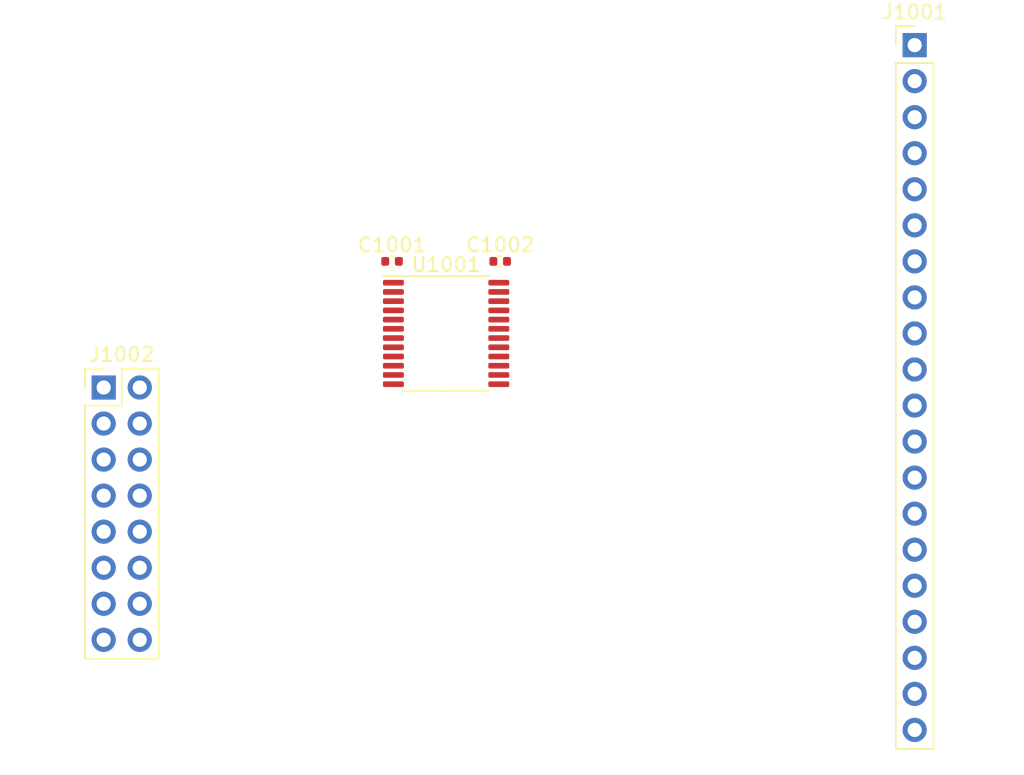
<source format=kicad_pcb>
(kicad_pcb (version 20171130) (host pcbnew "(5.1.8-0-10_14)")

  (general
    (thickness 1.6)
    (drawings 0)
    (tracks 0)
    (zones 0)
    (modules 5)
    (nets 53)
  )

  (page A4)
  (layers
    (0 F.Cu signal)
    (31 B.Cu signal)
    (32 B.Adhes user)
    (33 F.Adhes user)
    (34 B.Paste user)
    (35 F.Paste user)
    (36 B.SilkS user)
    (37 F.SilkS user)
    (38 B.Mask user)
    (39 F.Mask user)
    (40 Dwgs.User user)
    (41 Cmts.User user)
    (42 Eco1.User user)
    (43 Eco2.User user)
    (44 Edge.Cuts user)
    (45 Margin user)
    (46 B.CrtYd user)
    (47 F.CrtYd user)
    (48 B.Fab user)
    (49 F.Fab user)
  )

  (setup
    (last_trace_width 0.127)
    (user_trace_width 0.15)
    (user_trace_width 0.2)
    (user_trace_width 0.4)
    (user_trace_width 0.6)
    (trace_clearance 0.127)
    (zone_clearance 0.508)
    (zone_45_only no)
    (trace_min 0.127)
    (via_size 0.6)
    (via_drill 0.3)
    (via_min_size 0.6)
    (via_min_drill 0.3)
    (user_via 0.6 0.3)
    (user_via 0.9 0.4)
    (uvia_size 0.6858)
    (uvia_drill 0.3302)
    (uvias_allowed no)
    (uvia_min_size 0)
    (uvia_min_drill 0)
    (edge_width 0.0381)
    (segment_width 0.254)
    (pcb_text_width 0.3048)
    (pcb_text_size 1.524 1.524)
    (mod_edge_width 0.1524)
    (mod_text_size 0.8128 0.8128)
    (mod_text_width 0.1524)
    (pad_size 1.524 1.524)
    (pad_drill 0.762)
    (pad_to_mask_clearance 0)
    (aux_axis_origin 0 0)
    (visible_elements FEFFFF7F)
    (pcbplotparams
      (layerselection 0x010fc_ffffffff)
      (usegerberextensions false)
      (usegerberattributes false)
      (usegerberadvancedattributes false)
      (creategerberjobfile false)
      (excludeedgelayer true)
      (linewidth 0.152400)
      (plotframeref false)
      (viasonmask false)
      (mode 1)
      (useauxorigin false)
      (hpglpennumber 1)
      (hpglpenspeed 20)
      (hpglpendiameter 15.000000)
      (psnegative false)
      (psa4output false)
      (plotreference true)
      (plotvalue false)
      (plotinvisibletext false)
      (padsonsilk false)
      (subtractmaskfromsilk true)
      (outputformat 1)
      (mirror false)
      (drillshape 0)
      (scaleselection 1)
      (outputdirectory "./gerbers"))
  )

  (net 0 "")
  (net 1 "Net-(J1001-Pad20)")
  (net 2 "Net-(J1001-Pad19)")
  (net 3 "Net-(J1001-Pad18)")
  (net 4 "Net-(J1001-Pad17)")
  (net 5 "Net-(J1001-Pad16)")
  (net 6 "Net-(J1001-Pad15)")
  (net 7 "Net-(J1001-Pad14)")
  (net 8 "Net-(J1001-Pad13)")
  (net 9 "Net-(J1001-Pad12)")
  (net 10 "Net-(J1001-Pad11)")
  (net 11 "Net-(J1001-Pad10)")
  (net 12 "Net-(J1001-Pad9)")
  (net 13 "Net-(J1001-Pad8)")
  (net 14 "Net-(J1001-Pad7)")
  (net 15 "Net-(J1001-Pad6)")
  (net 16 "Net-(J1001-Pad5)")
  (net 17 "Net-(J1001-Pad4)")
  (net 18 "Net-(J1001-Pad3)")
  (net 19 "Net-(J1001-Pad2)")
  (net 20 "Net-(J1001-Pad1)")
  (net 21 "Net-(U1001-Pad21)")
  (net 22 "Net-(U1001-Pad20)")
  (net 23 "Net-(U1001-Pad19)")
  (net 24 "Net-(U1001-Pad18)")
  (net 25 "Net-(U1001-Pad17)")
  (net 26 "Net-(U1001-Pad16)")
  (net 27 "Net-(U1001-Pad15)")
  (net 28 "Net-(U1001-Pad14)")
  (net 29 "Net-(U1001-Pad10)")
  (net 30 "Net-(U1001-Pad9)")
  (net 31 "Net-(U1001-Pad8)")
  (net 32 "Net-(U1001-Pad7)")
  (net 33 "Net-(U1001-Pad6)")
  (net 34 "Net-(U1001-Pad5)")
  (net 35 "Net-(U1001-Pad4)")
  (net 36 "Net-(U1001-Pad3)")
  (net 37 GND)
  (net 38 +5V)
  (net 39 +3V3)
  (net 40 /~OEOut)
  (net 41 /LatchOut)
  (net 42 /CLK)
  (net 43 /DOut)
  (net 44 /COut)
  (net 45 /BOut)
  (net 46 /AOut)
  (net 47 /B2Out)
  (net 48 /G2Out)
  (net 49 /R2Out)
  (net 50 /B1Out)
  (net 51 /G1Out)
  (net 52 /R1Out)

  (net_class Default "This is the default net class."
    (clearance 0.127)
    (trace_width 0.127)
    (via_dia 0.6)
    (via_drill 0.3)
    (uvia_dia 0.6858)
    (uvia_drill 0.3302)
    (diff_pair_width 0.1524)
    (diff_pair_gap 0.254)
    (add_net +3V3)
    (add_net +5V)
    (add_net /AOut)
    (add_net /B1Out)
    (add_net /B2Out)
    (add_net /BOut)
    (add_net /CLK)
    (add_net /COut)
    (add_net /DOut)
    (add_net /G1Out)
    (add_net /G2Out)
    (add_net /LatchOut)
    (add_net /R1Out)
    (add_net /R2Out)
    (add_net /~OEOut)
    (add_net GND)
    (add_net "Net-(J1001-Pad1)")
    (add_net "Net-(J1001-Pad10)")
    (add_net "Net-(J1001-Pad11)")
    (add_net "Net-(J1001-Pad12)")
    (add_net "Net-(J1001-Pad13)")
    (add_net "Net-(J1001-Pad14)")
    (add_net "Net-(J1001-Pad15)")
    (add_net "Net-(J1001-Pad16)")
    (add_net "Net-(J1001-Pad17)")
    (add_net "Net-(J1001-Pad18)")
    (add_net "Net-(J1001-Pad19)")
    (add_net "Net-(J1001-Pad2)")
    (add_net "Net-(J1001-Pad20)")
    (add_net "Net-(J1001-Pad3)")
    (add_net "Net-(J1001-Pad4)")
    (add_net "Net-(J1001-Pad5)")
    (add_net "Net-(J1001-Pad6)")
    (add_net "Net-(J1001-Pad7)")
    (add_net "Net-(J1001-Pad8)")
    (add_net "Net-(J1001-Pad9)")
    (add_net "Net-(U1001-Pad10)")
    (add_net "Net-(U1001-Pad14)")
    (add_net "Net-(U1001-Pad15)")
    (add_net "Net-(U1001-Pad16)")
    (add_net "Net-(U1001-Pad17)")
    (add_net "Net-(U1001-Pad18)")
    (add_net "Net-(U1001-Pad19)")
    (add_net "Net-(U1001-Pad20)")
    (add_net "Net-(U1001-Pad21)")
    (add_net "Net-(U1001-Pad3)")
    (add_net "Net-(U1001-Pad4)")
    (add_net "Net-(U1001-Pad5)")
    (add_net "Net-(U1001-Pad6)")
    (add_net "Net-(U1001-Pad7)")
    (add_net "Net-(U1001-Pad8)")
    (add_net "Net-(U1001-Pad9)")
  )

  (module Connector_PinHeader_2.54mm:PinHeader_2x08_P2.54mm_Vertical (layer F.Cu) (tedit 59FED5CC) (tstamp 61997902)
    (at 82.55 76.2)
    (descr "Through hole straight pin header, 2x08, 2.54mm pitch, double rows")
    (tags "Through hole pin header THT 2x08 2.54mm double row")
    (path /619A108C)
    (fp_text reference J1002 (at 1.27 -2.33) (layer F.SilkS)
      (effects (font (size 1 1) (thickness 0.15)))
    )
    (fp_text value Conn_02x08_Odd_Even (at 1.27 20.11) (layer F.Fab)
      (effects (font (size 1 1) (thickness 0.15)))
    )
    (fp_text user %R (at 1.27 8.89 90) (layer F.Fab)
      (effects (font (size 1 1) (thickness 0.15)))
    )
    (fp_line (start 0 -1.27) (end 3.81 -1.27) (layer F.Fab) (width 0.1))
    (fp_line (start 3.81 -1.27) (end 3.81 19.05) (layer F.Fab) (width 0.1))
    (fp_line (start 3.81 19.05) (end -1.27 19.05) (layer F.Fab) (width 0.1))
    (fp_line (start -1.27 19.05) (end -1.27 0) (layer F.Fab) (width 0.1))
    (fp_line (start -1.27 0) (end 0 -1.27) (layer F.Fab) (width 0.1))
    (fp_line (start -1.33 19.11) (end 3.87 19.11) (layer F.SilkS) (width 0.12))
    (fp_line (start -1.33 1.27) (end -1.33 19.11) (layer F.SilkS) (width 0.12))
    (fp_line (start 3.87 -1.33) (end 3.87 19.11) (layer F.SilkS) (width 0.12))
    (fp_line (start -1.33 1.27) (end 1.27 1.27) (layer F.SilkS) (width 0.12))
    (fp_line (start 1.27 1.27) (end 1.27 -1.33) (layer F.SilkS) (width 0.12))
    (fp_line (start 1.27 -1.33) (end 3.87 -1.33) (layer F.SilkS) (width 0.12))
    (fp_line (start -1.33 0) (end -1.33 -1.33) (layer F.SilkS) (width 0.12))
    (fp_line (start -1.33 -1.33) (end 0 -1.33) (layer F.SilkS) (width 0.12))
    (fp_line (start -1.8 -1.8) (end -1.8 19.55) (layer F.CrtYd) (width 0.05))
    (fp_line (start -1.8 19.55) (end 4.35 19.55) (layer F.CrtYd) (width 0.05))
    (fp_line (start 4.35 19.55) (end 4.35 -1.8) (layer F.CrtYd) (width 0.05))
    (fp_line (start 4.35 -1.8) (end -1.8 -1.8) (layer F.CrtYd) (width 0.05))
    (pad 16 thru_hole oval (at 2.54 17.78) (size 1.7 1.7) (drill 1) (layers *.Cu *.Mask)
      (net 37 GND))
    (pad 15 thru_hole oval (at 0 17.78) (size 1.7 1.7) (drill 1) (layers *.Cu *.Mask)
      (net 40 /~OEOut))
    (pad 14 thru_hole oval (at 2.54 15.24) (size 1.7 1.7) (drill 1) (layers *.Cu *.Mask)
      (net 41 /LatchOut))
    (pad 13 thru_hole oval (at 0 15.24) (size 1.7 1.7) (drill 1) (layers *.Cu *.Mask)
      (net 42 /CLK))
    (pad 12 thru_hole oval (at 2.54 12.7) (size 1.7 1.7) (drill 1) (layers *.Cu *.Mask)
      (net 43 /DOut))
    (pad 11 thru_hole oval (at 0 12.7) (size 1.7 1.7) (drill 1) (layers *.Cu *.Mask)
      (net 44 /COut))
    (pad 10 thru_hole oval (at 2.54 10.16) (size 1.7 1.7) (drill 1) (layers *.Cu *.Mask)
      (net 45 /BOut))
    (pad 9 thru_hole oval (at 0 10.16) (size 1.7 1.7) (drill 1) (layers *.Cu *.Mask)
      (net 46 /AOut))
    (pad 8 thru_hole oval (at 2.54 7.62) (size 1.7 1.7) (drill 1) (layers *.Cu *.Mask)
      (net 37 GND))
    (pad 7 thru_hole oval (at 0 7.62) (size 1.7 1.7) (drill 1) (layers *.Cu *.Mask)
      (net 47 /B2Out))
    (pad 6 thru_hole oval (at 2.54 5.08) (size 1.7 1.7) (drill 1) (layers *.Cu *.Mask)
      (net 48 /G2Out))
    (pad 5 thru_hole oval (at 0 5.08) (size 1.7 1.7) (drill 1) (layers *.Cu *.Mask)
      (net 49 /R2Out))
    (pad 4 thru_hole oval (at 2.54 2.54) (size 1.7 1.7) (drill 1) (layers *.Cu *.Mask)
      (net 37 GND))
    (pad 3 thru_hole oval (at 0 2.54) (size 1.7 1.7) (drill 1) (layers *.Cu *.Mask)
      (net 50 /B1Out))
    (pad 2 thru_hole oval (at 2.54 0) (size 1.7 1.7) (drill 1) (layers *.Cu *.Mask)
      (net 51 /G1Out))
    (pad 1 thru_hole rect (at 0 0) (size 1.7 1.7) (drill 1) (layers *.Cu *.Mask)
      (net 52 /R1Out))
    (model ${KISYS3DMOD}/Connector_PinHeader_2.54mm.3dshapes/PinHeader_2x08_P2.54mm_Vertical.wrl
      (at (xyz 0 0 0))
      (scale (xyz 1 1 1))
      (rotate (xyz 0 0 0))
    )
  )

  (module Package_SO:TSSOP-24_6.1x7.8mm_P0.65mm (layer F.Cu) (tedit 5E476F32) (tstamp 61997376)
    (at 106.68 72.39)
    (descr "TSSOP, 24 Pin (JEDEC MO-153 Var DA https://www.jedec.org/document_search?search_api_views_fulltext=MO-153), generated with kicad-footprint-generator ipc_gullwing_generator.py")
    (tags "TSSOP SO")
    (path /619AA4B0)
    (attr smd)
    (fp_text reference U1001 (at 0 -4.85) (layer F.SilkS)
      (effects (font (size 1 1) (thickness 0.15)))
    )
    (fp_text value SN74LVC4245APWR (at 0 4.85) (layer F.Fab)
      (effects (font (size 1 1) (thickness 0.15)))
    )
    (fp_line (start 4.7 -4.15) (end -4.7 -4.15) (layer F.CrtYd) (width 0.05))
    (fp_line (start 4.7 4.15) (end 4.7 -4.15) (layer F.CrtYd) (width 0.05))
    (fp_line (start -4.7 4.15) (end 4.7 4.15) (layer F.CrtYd) (width 0.05))
    (fp_line (start -4.7 -4.15) (end -4.7 4.15) (layer F.CrtYd) (width 0.05))
    (fp_line (start -3.05 -2.9) (end -2.05 -3.9) (layer F.Fab) (width 0.1))
    (fp_line (start -3.05 3.9) (end -3.05 -2.9) (layer F.Fab) (width 0.1))
    (fp_line (start 3.05 3.9) (end -3.05 3.9) (layer F.Fab) (width 0.1))
    (fp_line (start 3.05 -3.9) (end 3.05 3.9) (layer F.Fab) (width 0.1))
    (fp_line (start -2.05 -3.9) (end 3.05 -3.9) (layer F.Fab) (width 0.1))
    (fp_line (start 0 -4.035) (end -4.45 -4.035) (layer F.SilkS) (width 0.12))
    (fp_line (start 0 -4.035) (end 3.05 -4.035) (layer F.SilkS) (width 0.12))
    (fp_line (start 0 4.035) (end -3.05 4.035) (layer F.SilkS) (width 0.12))
    (fp_line (start 0 4.035) (end 3.05 4.035) (layer F.SilkS) (width 0.12))
    (fp_text user %R (at 0 0) (layer F.Fab)
      (effects (font (size 1 1) (thickness 0.15)))
    )
    (pad 24 smd roundrect (at 3.7125 -3.575) (size 1.475 0.4) (layers F.Cu F.Paste F.Mask) (roundrect_rratio 0.25)
      (net 39 +3V3))
    (pad 23 smd roundrect (at 3.7125 -2.925) (size 1.475 0.4) (layers F.Cu F.Paste F.Mask) (roundrect_rratio 0.25)
      (net 39 +3V3))
    (pad 22 smd roundrect (at 3.7125 -2.275) (size 1.475 0.4) (layers F.Cu F.Paste F.Mask) (roundrect_rratio 0.25)
      (net 37 GND))
    (pad 21 smd roundrect (at 3.7125 -1.625) (size 1.475 0.4) (layers F.Cu F.Paste F.Mask) (roundrect_rratio 0.25)
      (net 21 "Net-(U1001-Pad21)"))
    (pad 20 smd roundrect (at 3.7125 -0.975) (size 1.475 0.4) (layers F.Cu F.Paste F.Mask) (roundrect_rratio 0.25)
      (net 22 "Net-(U1001-Pad20)"))
    (pad 19 smd roundrect (at 3.7125 -0.325) (size 1.475 0.4) (layers F.Cu F.Paste F.Mask) (roundrect_rratio 0.25)
      (net 23 "Net-(U1001-Pad19)"))
    (pad 18 smd roundrect (at 3.7125 0.325) (size 1.475 0.4) (layers F.Cu F.Paste F.Mask) (roundrect_rratio 0.25)
      (net 24 "Net-(U1001-Pad18)"))
    (pad 17 smd roundrect (at 3.7125 0.975) (size 1.475 0.4) (layers F.Cu F.Paste F.Mask) (roundrect_rratio 0.25)
      (net 25 "Net-(U1001-Pad17)"))
    (pad 16 smd roundrect (at 3.7125 1.625) (size 1.475 0.4) (layers F.Cu F.Paste F.Mask) (roundrect_rratio 0.25)
      (net 26 "Net-(U1001-Pad16)"))
    (pad 15 smd roundrect (at 3.7125 2.275) (size 1.475 0.4) (layers F.Cu F.Paste F.Mask) (roundrect_rratio 0.25)
      (net 27 "Net-(U1001-Pad15)"))
    (pad 14 smd roundrect (at 3.7125 2.925) (size 1.475 0.4) (layers F.Cu F.Paste F.Mask) (roundrect_rratio 0.25)
      (net 28 "Net-(U1001-Pad14)"))
    (pad 13 smd roundrect (at 3.7125 3.575) (size 1.475 0.4) (layers F.Cu F.Paste F.Mask) (roundrect_rratio 0.25)
      (net 37 GND))
    (pad 12 smd roundrect (at -3.7125 3.575) (size 1.475 0.4) (layers F.Cu F.Paste F.Mask) (roundrect_rratio 0.25)
      (net 37 GND))
    (pad 11 smd roundrect (at -3.7125 2.925) (size 1.475 0.4) (layers F.Cu F.Paste F.Mask) (roundrect_rratio 0.25)
      (net 37 GND))
    (pad 10 smd roundrect (at -3.7125 2.275) (size 1.475 0.4) (layers F.Cu F.Paste F.Mask) (roundrect_rratio 0.25)
      (net 29 "Net-(U1001-Pad10)"))
    (pad 9 smd roundrect (at -3.7125 1.625) (size 1.475 0.4) (layers F.Cu F.Paste F.Mask) (roundrect_rratio 0.25)
      (net 30 "Net-(U1001-Pad9)"))
    (pad 8 smd roundrect (at -3.7125 0.975) (size 1.475 0.4) (layers F.Cu F.Paste F.Mask) (roundrect_rratio 0.25)
      (net 31 "Net-(U1001-Pad8)"))
    (pad 7 smd roundrect (at -3.7125 0.325) (size 1.475 0.4) (layers F.Cu F.Paste F.Mask) (roundrect_rratio 0.25)
      (net 32 "Net-(U1001-Pad7)"))
    (pad 6 smd roundrect (at -3.7125 -0.325) (size 1.475 0.4) (layers F.Cu F.Paste F.Mask) (roundrect_rratio 0.25)
      (net 33 "Net-(U1001-Pad6)"))
    (pad 5 smd roundrect (at -3.7125 -0.975) (size 1.475 0.4) (layers F.Cu F.Paste F.Mask) (roundrect_rratio 0.25)
      (net 34 "Net-(U1001-Pad5)"))
    (pad 4 smd roundrect (at -3.7125 -1.625) (size 1.475 0.4) (layers F.Cu F.Paste F.Mask) (roundrect_rratio 0.25)
      (net 35 "Net-(U1001-Pad4)"))
    (pad 3 smd roundrect (at -3.7125 -2.275) (size 1.475 0.4) (layers F.Cu F.Paste F.Mask) (roundrect_rratio 0.25)
      (net 36 "Net-(U1001-Pad3)"))
    (pad 2 smd roundrect (at -3.7125 -2.925) (size 1.475 0.4) (layers F.Cu F.Paste F.Mask) (roundrect_rratio 0.25)
      (net 37 GND))
    (pad 1 smd roundrect (at -3.7125 -3.575) (size 1.475 0.4) (layers F.Cu F.Paste F.Mask) (roundrect_rratio 0.25)
      (net 38 +5V))
    (model ${KISYS3DMOD}/Package_SO.3dshapes/TSSOP-24_6.1x7.8mm_P0.65mm.wrl
      (at (xyz 0 0 0))
      (scale (xyz 1 1 1))
      (rotate (xyz 0 0 0))
    )
  )

  (module Capacitor_SMD:C_0402_1005Metric (layer F.Cu) (tedit 5F68FEEE) (tstamp 6199713A)
    (at 110.49 67.31)
    (descr "Capacitor SMD 0402 (1005 Metric), square (rectangular) end terminal, IPC_7351 nominal, (Body size source: IPC-SM-782 page 76, https://www.pcb-3d.com/wordpress/wp-content/uploads/ipc-sm-782a_amendment_1_and_2.pdf), generated with kicad-footprint-generator")
    (tags capacitor)
    (path /6199B5F6)
    (attr smd)
    (fp_text reference C1002 (at 0 -1.16) (layer F.SilkS)
      (effects (font (size 1 1) (thickness 0.15)))
    )
    (fp_text value 100n (at 0 1.16) (layer F.Fab)
      (effects (font (size 1 1) (thickness 0.15)))
    )
    (fp_line (start 0.91 0.46) (end -0.91 0.46) (layer F.CrtYd) (width 0.05))
    (fp_line (start 0.91 -0.46) (end 0.91 0.46) (layer F.CrtYd) (width 0.05))
    (fp_line (start -0.91 -0.46) (end 0.91 -0.46) (layer F.CrtYd) (width 0.05))
    (fp_line (start -0.91 0.46) (end -0.91 -0.46) (layer F.CrtYd) (width 0.05))
    (fp_line (start -0.107836 0.36) (end 0.107836 0.36) (layer F.SilkS) (width 0.12))
    (fp_line (start -0.107836 -0.36) (end 0.107836 -0.36) (layer F.SilkS) (width 0.12))
    (fp_line (start 0.5 0.25) (end -0.5 0.25) (layer F.Fab) (width 0.1))
    (fp_line (start 0.5 -0.25) (end 0.5 0.25) (layer F.Fab) (width 0.1))
    (fp_line (start -0.5 -0.25) (end 0.5 -0.25) (layer F.Fab) (width 0.1))
    (fp_line (start -0.5 0.25) (end -0.5 -0.25) (layer F.Fab) (width 0.1))
    (fp_text user %R (at 0 0) (layer F.Fab)
      (effects (font (size 0.25 0.25) (thickness 0.04)))
    )
    (pad 2 smd roundrect (at 0.48 0) (size 0.56 0.62) (layers F.Cu F.Paste F.Mask) (roundrect_rratio 0.25)
      (net 39 +3V3))
    (pad 1 smd roundrect (at -0.48 0) (size 0.56 0.62) (layers F.Cu F.Paste F.Mask) (roundrect_rratio 0.25)
      (net 37 GND))
    (model ${KISYS3DMOD}/Capacitor_SMD.3dshapes/C_0402_1005Metric.wrl
      (at (xyz 0 0 0))
      (scale (xyz 1 1 1))
      (rotate (xyz 0 0 0))
    )
  )

  (module Capacitor_SMD:C_0402_1005Metric (layer F.Cu) (tedit 5F68FEEE) (tstamp 61997129)
    (at 102.87 67.31)
    (descr "Capacitor SMD 0402 (1005 Metric), square (rectangular) end terminal, IPC_7351 nominal, (Body size source: IPC-SM-782 page 76, https://www.pcb-3d.com/wordpress/wp-content/uploads/ipc-sm-782a_amendment_1_and_2.pdf), generated with kicad-footprint-generator")
    (tags capacitor)
    (path /6199A241)
    (attr smd)
    (fp_text reference C1001 (at 0 -1.16) (layer F.SilkS)
      (effects (font (size 1 1) (thickness 0.15)))
    )
    (fp_text value 100n (at 0 1.16) (layer F.Fab)
      (effects (font (size 1 1) (thickness 0.15)))
    )
    (fp_line (start 0.91 0.46) (end -0.91 0.46) (layer F.CrtYd) (width 0.05))
    (fp_line (start 0.91 -0.46) (end 0.91 0.46) (layer F.CrtYd) (width 0.05))
    (fp_line (start -0.91 -0.46) (end 0.91 -0.46) (layer F.CrtYd) (width 0.05))
    (fp_line (start -0.91 0.46) (end -0.91 -0.46) (layer F.CrtYd) (width 0.05))
    (fp_line (start -0.107836 0.36) (end 0.107836 0.36) (layer F.SilkS) (width 0.12))
    (fp_line (start -0.107836 -0.36) (end 0.107836 -0.36) (layer F.SilkS) (width 0.12))
    (fp_line (start 0.5 0.25) (end -0.5 0.25) (layer F.Fab) (width 0.1))
    (fp_line (start 0.5 -0.25) (end 0.5 0.25) (layer F.Fab) (width 0.1))
    (fp_line (start -0.5 -0.25) (end 0.5 -0.25) (layer F.Fab) (width 0.1))
    (fp_line (start -0.5 0.25) (end -0.5 -0.25) (layer F.Fab) (width 0.1))
    (fp_text user %R (at 0 0) (layer F.Fab)
      (effects (font (size 0.25 0.25) (thickness 0.04)))
    )
    (pad 2 smd roundrect (at 0.48 0) (size 0.56 0.62) (layers F.Cu F.Paste F.Mask) (roundrect_rratio 0.25)
      (net 37 GND))
    (pad 1 smd roundrect (at -0.48 0) (size 0.56 0.62) (layers F.Cu F.Paste F.Mask) (roundrect_rratio 0.25)
      (net 38 +5V))
    (model ${KISYS3DMOD}/Capacitor_SMD.3dshapes/C_0402_1005Metric.wrl
      (at (xyz 0 0 0))
      (scale (xyz 1 1 1))
      (rotate (xyz 0 0 0))
    )
  )

  (module Connector_PinHeader_2.54mm:PinHeader_1x20_P2.54mm_Vertical (layer F.Cu) (tedit 59FED5CC) (tstamp 61996991)
    (at 139.7 52.07)
    (descr "Through hole straight pin header, 1x20, 2.54mm pitch, single row")
    (tags "Through hole pin header THT 1x20 2.54mm single row")
    (path /61996B9B)
    (fp_text reference J1001 (at 0 -2.33) (layer F.SilkS)
      (effects (font (size 1 1) (thickness 0.15)))
    )
    (fp_text value Conn_01x20_Female (at 0 50.59) (layer F.Fab)
      (effects (font (size 1 1) (thickness 0.15)))
    )
    (fp_line (start 1.8 -1.8) (end -1.8 -1.8) (layer F.CrtYd) (width 0.05))
    (fp_line (start 1.8 50.05) (end 1.8 -1.8) (layer F.CrtYd) (width 0.05))
    (fp_line (start -1.8 50.05) (end 1.8 50.05) (layer F.CrtYd) (width 0.05))
    (fp_line (start -1.8 -1.8) (end -1.8 50.05) (layer F.CrtYd) (width 0.05))
    (fp_line (start -1.33 -1.33) (end 0 -1.33) (layer F.SilkS) (width 0.12))
    (fp_line (start -1.33 0) (end -1.33 -1.33) (layer F.SilkS) (width 0.12))
    (fp_line (start -1.33 1.27) (end 1.33 1.27) (layer F.SilkS) (width 0.12))
    (fp_line (start 1.33 1.27) (end 1.33 49.59) (layer F.SilkS) (width 0.12))
    (fp_line (start -1.33 1.27) (end -1.33 49.59) (layer F.SilkS) (width 0.12))
    (fp_line (start -1.33 49.59) (end 1.33 49.59) (layer F.SilkS) (width 0.12))
    (fp_line (start -1.27 -0.635) (end -0.635 -1.27) (layer F.Fab) (width 0.1))
    (fp_line (start -1.27 49.53) (end -1.27 -0.635) (layer F.Fab) (width 0.1))
    (fp_line (start 1.27 49.53) (end -1.27 49.53) (layer F.Fab) (width 0.1))
    (fp_line (start 1.27 -1.27) (end 1.27 49.53) (layer F.Fab) (width 0.1))
    (fp_line (start -0.635 -1.27) (end 1.27 -1.27) (layer F.Fab) (width 0.1))
    (fp_text user %R (at 0 24.13 90) (layer F.Fab)
      (effects (font (size 1 1) (thickness 0.15)))
    )
    (pad 20 thru_hole oval (at 0 48.26) (size 1.7 1.7) (drill 1) (layers *.Cu *.Mask)
      (net 1 "Net-(J1001-Pad20)"))
    (pad 19 thru_hole oval (at 0 45.72) (size 1.7 1.7) (drill 1) (layers *.Cu *.Mask)
      (net 2 "Net-(J1001-Pad19)"))
    (pad 18 thru_hole oval (at 0 43.18) (size 1.7 1.7) (drill 1) (layers *.Cu *.Mask)
      (net 3 "Net-(J1001-Pad18)"))
    (pad 17 thru_hole oval (at 0 40.64) (size 1.7 1.7) (drill 1) (layers *.Cu *.Mask)
      (net 4 "Net-(J1001-Pad17)"))
    (pad 16 thru_hole oval (at 0 38.1) (size 1.7 1.7) (drill 1) (layers *.Cu *.Mask)
      (net 5 "Net-(J1001-Pad16)"))
    (pad 15 thru_hole oval (at 0 35.56) (size 1.7 1.7) (drill 1) (layers *.Cu *.Mask)
      (net 6 "Net-(J1001-Pad15)"))
    (pad 14 thru_hole oval (at 0 33.02) (size 1.7 1.7) (drill 1) (layers *.Cu *.Mask)
      (net 7 "Net-(J1001-Pad14)"))
    (pad 13 thru_hole oval (at 0 30.48) (size 1.7 1.7) (drill 1) (layers *.Cu *.Mask)
      (net 8 "Net-(J1001-Pad13)"))
    (pad 12 thru_hole oval (at 0 27.94) (size 1.7 1.7) (drill 1) (layers *.Cu *.Mask)
      (net 9 "Net-(J1001-Pad12)"))
    (pad 11 thru_hole oval (at 0 25.4) (size 1.7 1.7) (drill 1) (layers *.Cu *.Mask)
      (net 10 "Net-(J1001-Pad11)"))
    (pad 10 thru_hole oval (at 0 22.86) (size 1.7 1.7) (drill 1) (layers *.Cu *.Mask)
      (net 11 "Net-(J1001-Pad10)"))
    (pad 9 thru_hole oval (at 0 20.32) (size 1.7 1.7) (drill 1) (layers *.Cu *.Mask)
      (net 12 "Net-(J1001-Pad9)"))
    (pad 8 thru_hole oval (at 0 17.78) (size 1.7 1.7) (drill 1) (layers *.Cu *.Mask)
      (net 13 "Net-(J1001-Pad8)"))
    (pad 7 thru_hole oval (at 0 15.24) (size 1.7 1.7) (drill 1) (layers *.Cu *.Mask)
      (net 14 "Net-(J1001-Pad7)"))
    (pad 6 thru_hole oval (at 0 12.7) (size 1.7 1.7) (drill 1) (layers *.Cu *.Mask)
      (net 15 "Net-(J1001-Pad6)"))
    (pad 5 thru_hole oval (at 0 10.16) (size 1.7 1.7) (drill 1) (layers *.Cu *.Mask)
      (net 16 "Net-(J1001-Pad5)"))
    (pad 4 thru_hole oval (at 0 7.62) (size 1.7 1.7) (drill 1) (layers *.Cu *.Mask)
      (net 17 "Net-(J1001-Pad4)"))
    (pad 3 thru_hole oval (at 0 5.08) (size 1.7 1.7) (drill 1) (layers *.Cu *.Mask)
      (net 18 "Net-(J1001-Pad3)"))
    (pad 2 thru_hole oval (at 0 2.54) (size 1.7 1.7) (drill 1) (layers *.Cu *.Mask)
      (net 19 "Net-(J1001-Pad2)"))
    (pad 1 thru_hole rect (at 0 0) (size 1.7 1.7) (drill 1) (layers *.Cu *.Mask)
      (net 20 "Net-(J1001-Pad1)"))
    (model ${KISYS3DMOD}/Connector_PinHeader_2.54mm.3dshapes/PinHeader_1x20_P2.54mm_Vertical.wrl
      (at (xyz 0 0 0))
      (scale (xyz 1 1 1))
      (rotate (xyz 0 0 0))
    )
  )

)

</source>
